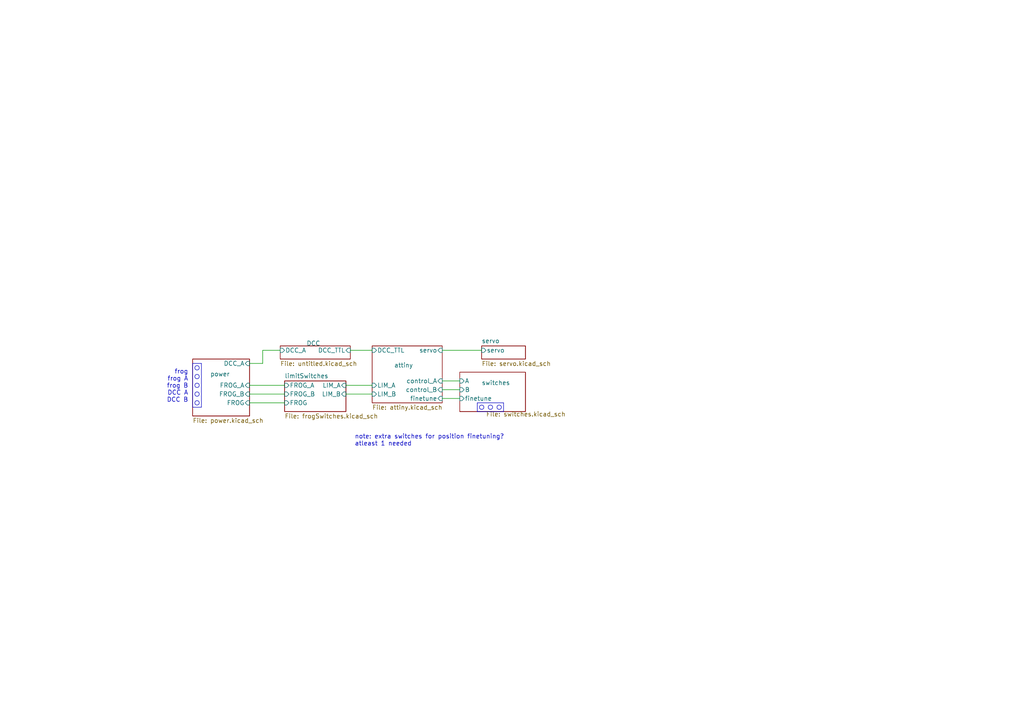
<source format=kicad_sch>
(kicad_sch (version 20230121) (generator eeschema)
  (paper "A4")
  (lib_symbols)
  (wire (pts (xy 107.95 101.6) (xy 101.6 101.6)))
  (polyline (pts (xy 55.88 105.41) (xy 58.42 105.41)))
  (polyline (pts (xy 58.42 105.41) (xy 58.42 118.11)))
  (polyline (pts (xy 138.43 116.84) (xy 146.05 116.84)))
  (wire (pts (xy 128.27 101.6) (xy 139.7 101.6)))
  (wire (pts (xy 128.27 113.03) (xy 133.35 113.03)))
  (wire (pts (xy 72.39 114.3) (xy 82.55 114.3)))
  (wire (pts (xy 76.2 105.41) (xy 76.2 101.6)))
  (polyline (pts (xy 55.88 105.41) (xy 55.88 118.11)))
  (wire (pts (xy 72.39 116.84) (xy 82.55 116.84)))
  (wire (pts (xy 76.2 101.6) (xy 81.28 101.6)))
  (wire (pts (xy 72.39 105.41) (xy 76.2 105.41)))
  (wire (pts (xy 128.27 115.57) (xy 133.35 115.57)))
  (polyline (pts (xy 138.43 119.38) (xy 138.43 116.84)))
  (polyline (pts (xy 146.05 116.84) (xy 146.05 119.38)))
  (polyline (pts (xy 138.43 119.38) (xy 146.05 119.38)))
  (wire (pts (xy 128.27 110.49) (xy 133.35 110.49)))
  (wire (pts (xy 72.39 111.76) (xy 82.55 111.76)))
  (wire (pts (xy 100.33 114.3) (xy 107.95 114.3)))
  (polyline (pts (xy 58.42 118.11) (xy 55.88 118.11)))
  (wire (pts (xy 100.33 111.76) (xy 107.95 111.76)))
  (circle (center 57.15 111.76) (radius 0.635))
  (circle (center 57.15 116.84) (radius 0.635))
  (circle (center 57.15 114.3) (radius 0.635))
  (circle (center 57.15 106.68) (radius 0.635))
  (circle (center 142.24 118.11) (radius 0.635))
  (circle (center 144.78 118.11) (radius 0.635))
  (circle (center 139.7 118.11) (radius 0.635))
  (circle (center 57.15 109.22) (radius 0.635))
  (text "frog\nfrog A\nfrog B\nDCC A\nDCC B" (at 54.61 116.84 0) (effects (font (size 1.27 1.27)) (justify right bottom)))
  (text "note: extra switches for position finetuning?\natleast 1 needed\n" (at 102.87 129.54 0) (effects (font (size 1.27 1.27)) (justify left bottom)))
  (sheet (at 133.35 107.95) (size 19.05 11.43) (stroke (width 0.1524))
    (property "Sheetname" "switches" (at 139.7 111.76 0) (effects (justify left bottom)))
    (property "Sheetfile" "switches.kicad_sch" (at 140.97 119.38 0) (effects (justify left top)))
    (pin "A" input (at 133.35 110.49 180))
    (pin "B" input (at 133.35 113.03 180))
    (pin "finetune" input (at 133.35 115.57 180))
  )
  (sheet (at 55.88 104.14) (size 16.51 16.51) (stroke (width 0.1524))
    (property "Sheetname" "power" (at 60.96 109.22 0) (effects (justify left bottom)))
    (property "Sheetfile" "power.kicad_sch" (at 55.88 121.2346 0) (effects (justify left top)))
    (pin "DCC_A" input (at 72.39 105.41 0))
    (pin "FROG" input (at 72.39 116.84 0))
    (pin "FROG_A" input (at 72.39 111.76 0))
    (pin "FROG_B" input (at 72.39 114.3 0))
  )
  (sheet (at 107.95 100.33) (size 20.32 16.51) (stroke (width 0.1524))
    (property "Sheetname" "attiny" (at 114.3 106.68 0) (effects (justify left bottom)))
    (property "Sheetfile" "attiny.kicad_sch" (at 107.95 117.4246 0) (effects (justify left top)))
    (pin "DCC_TTL" input (at 107.95 101.6 180))
    (pin "servo" input (at 128.27 101.6 0))
    (pin "control_A" input (at 128.27 110.49 0))
    (pin "control_B" input (at 128.27 113.03 0))
    (pin "finetune" input (at 128.27 115.57 0))
    (pin "LIM_B" input (at 107.95 114.3 180))
    (pin "LIM_A" input (at 107.95 111.76 180))
  )
  (sheet (at 139.7 100.33) (size 12.7 3.81) (stroke (width 0.1524))
    (property "Sheetname" "servo" (at 139.7 99.6184 0) (effects (justify left bottom)))
    (property "Sheetfile" "servo.kicad_sch" (at 139.7 104.7246 0) (effects (justify left top)))
    (pin "servo" input (at 139.7 101.6 180))
  )
  (sheet (at 82.55 110.49) (size 17.78 8.89) (stroke (width 0.1524))
    (property "Sheetname" "limitSwitches" (at 82.55 109.7784 0) (effects (justify left bottom)))
    (property "Sheetfile" "frogSwitches.kicad_sch" (at 82.55 119.9646 0) (effects (justify left top)))
    (pin "FROG" input (at 82.55 116.84 180))
    (pin "LIM_B" input (at 100.33 114.3 0))
    (pin "LIM_A" input (at 100.33 111.76 0))
    (pin "FROG_B" input (at 82.55 114.3 180))
    (pin "FROG_A" input (at 82.55 111.76 180))
  )
  (sheet (at 81.28 100.33) (size 20.32 3.81) (stroke (width 0.1524))
    (property "Sheetname" "DCC" (at 88.9 100.33 0) (effects (justify left bottom)))
    (property "Sheetfile" "untitled.kicad_sch" (at 81.28 104.7246 0) (effects (justify left top)))
    (pin "DCC_A" input (at 81.28 101.6 180))
    (pin "DCC_TTL" input (at 101.6 101.6 0))
  )
)
</source>
